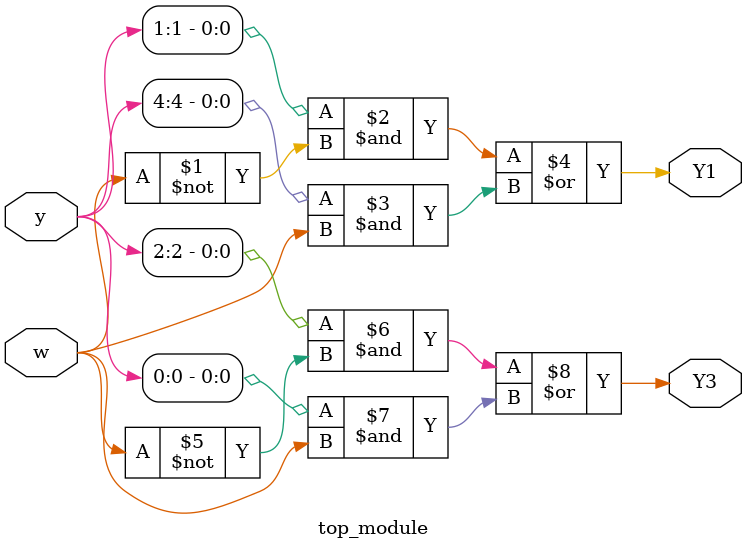
<source format=sv>
module top_module (
	input [5:0] y,
	input w,
	output Y1,
	output Y3
);

	// flip-flop Y1
	assign Y1 = (y[1] & ~w) | (y[4] & w); // Modified y[0] to y[4]

	// flip-flop Y3
	assign Y3 = (y[2] & ~w) | (y[0] & w);

endmodule

</source>
